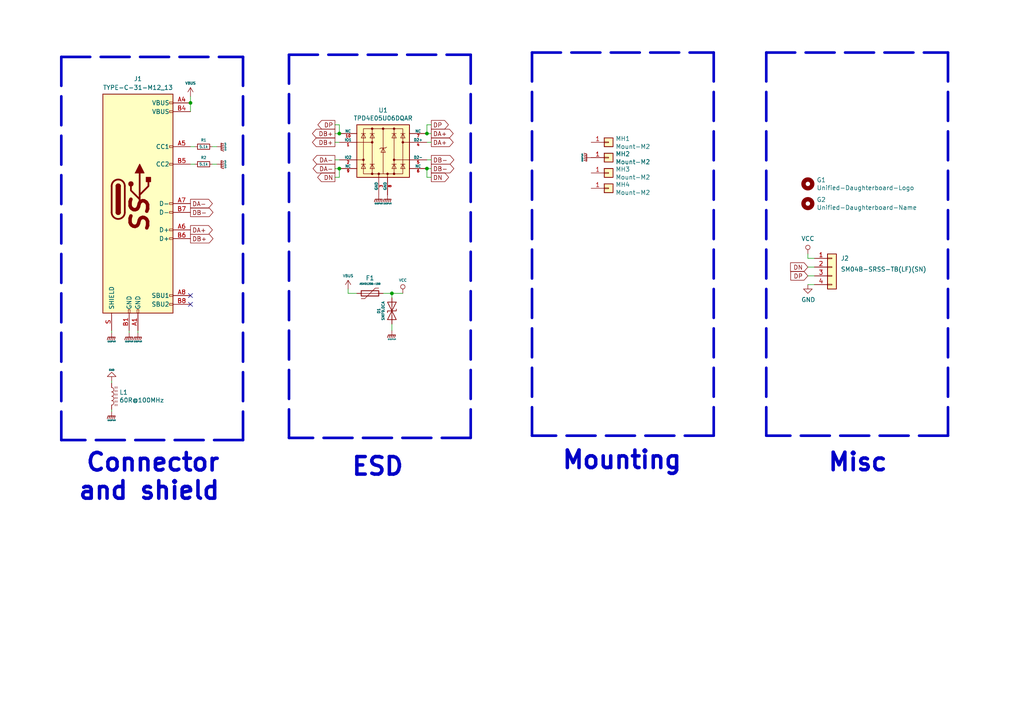
<source format=kicad_sch>
(kicad_sch (version 20211123) (generator eeschema)
  (paper "A4")
  (title_block (title "Unified Daughterboard") (date "2020-03-22") (rev "C3") (company "Designed by the keyboard community"))
  (lib_symbols
    (symbol "Connector_Generic:Conn_01x01" (pin_names (offset 1.016) hide)
      (property "Reference" "J" (at 0 2.54 0))
      (property "Value" "Connector_Generic_Conn_01x01" (at 0 -2.54 0))
      (symbol "Conn_01x01_1_1"
        (rectangle (start -1.27 0.127) (end 0 -0.127) (stroke (width 0.1524)))
        (rectangle (start -1.27 1.27) (end 1.27 -1.27) (stroke (width 0.254)) (fill (type background)))
        (pin passive line (at -5.08 0 0) (length 3.81) (name "Pin_1") (number "1"))
      )
    )
    (symbol "Connector_Generic:Conn_01x04" (pin_names (offset 1.016) hide)
      (property "Reference" "J" (at 0 5.08 0))
      (property "Value" "Connector_Generic_Conn_01x04" (at 0 -7.62 0))
      (symbol "Conn_01x04_1_1"
        (rectangle (start -1.27 -4.953) (end 0 -5.207) (stroke (width 0.1524)))
        (rectangle (start -1.27 -2.413) (end 0 -2.667) (stroke (width 0.1524)))
        (rectangle (start -1.27 0.127) (end 0 -0.127) (stroke (width 0.1524)))
        (rectangle (start -1.27 2.667) (end 0 2.413) (stroke (width 0.1524)))
        (rectangle (start -1.27 3.81) (end 1.27 -6.35) (stroke (width 0.254)) (fill (type background)))
        (pin passive line (at -5.08 2.54 0) (length 3.81) (name "Pin_1") (number "1"))
        (pin passive line (at -5.08 0 0) (length 3.81) (name "Pin_2") (number "2"))
        (pin passive line (at -5.08 -2.54 0) (length 3.81) (name "Pin_3") (number "3"))
        (pin passive line (at -5.08 -5.08 0) (length 3.81) (name "Pin_4") (number "4"))
      )
    )
    (symbol "Device:D_TVS" (pin_numbers hide) (pin_names (offset 1.016) hide)
      (property "Reference" "D" (at 0 2.54 0))
      (property "Value" "Device_D_TVS" (at 0 -2.54 0))
      (symbol "D_TVS_0_1"
        (polyline (pts (xy 1.27 0) (xy -1.27 0)))
        (polyline (pts (xy -2.54 -1.27) (xy 0 0) (xy -2.54 1.27) (xy -2.54 -1.27)) (stroke (width 0.2032)))
        (polyline (pts (xy 0.508 1.27) (xy 0 1.27) (xy 0 -1.27) (xy -0.508 -1.27)) (stroke (width 0.2032)))
        (polyline (pts (xy 2.54 1.27) (xy 2.54 -1.27) (xy 0 0) (xy 2.54 1.27)) (stroke (width 0.2032)))
      )
      (symbol "D_TVS_1_1"
        (pin passive line (at -3.81 0 0) (length 2.54) (name "A1") (number "1"))
        (pin passive line (at 3.81 0 180) (length 2.54) (name "A2") (number "2"))
      )
    )
    (symbol "Device:L_Core_Ferrite" (pin_numbers hide) (pin_names (offset 1.016) hide)
      (property "Reference" "L" (at -1.27 0 90))
      (property "Value" "Device_L_Core_Ferrite" (at 2.794 0 90))
      (symbol "L_Core_Ferrite_0_1"
        (arc (start 0 -2.54) (mid 0.635 -1.905) (end 0 -1.27))
        (arc (start 0 -1.27) (mid 0.635 -0.635) (end 0 0))
        (polyline (pts (xy 1.016 -2.794) (xy 1.016 -2.286)))
        (polyline (pts (xy 1.016 -1.778) (xy 1.016 -1.27)))
        (polyline (pts (xy 1.016 -0.762) (xy 1.016 -0.254)))
        (polyline (pts (xy 1.016 0.254) (xy 1.016 0.762)))
        (polyline (pts (xy 1.016 1.27) (xy 1.016 1.778)))
        (polyline (pts (xy 1.016 2.286) (xy 1.016 2.794)))
        (polyline (pts (xy 1.524 -2.286) (xy 1.524 -2.794)))
        (polyline (pts (xy 1.524 -1.27) (xy 1.524 -1.778)))
        (polyline (pts (xy 1.524 -0.254) (xy 1.524 -0.762)))
        (polyline (pts (xy 1.524 0.762) (xy 1.524 0.254)))
        (polyline (pts (xy 1.524 1.778) (xy 1.524 1.27)))
        (polyline (pts (xy 1.524 2.794) (xy 1.524 2.286)))
        (arc (start 0 0) (mid 0.635 0.635) (end 0 1.27))
        (arc (start 0 1.27) (mid 0.635 1.905) (end 0 2.54))
      )
      (symbol "L_Core_Ferrite_1_1"
        (pin passive line (at 0 3.81 270) (length 1.27) (name "1") (number "1"))
        (pin passive line (at 0 -3.81 90) (length 1.27) (name "2") (number "2"))
      )
    )
    (symbol "Device:Polyfuse" (pin_numbers hide) (pin_names (offset 0))
      (property "Reference" "F" (at -2.54 0 90))
      (property "Value" "Device_Polyfuse" (at 2.54 0 90))
      (symbol "Polyfuse_0_1"
        (rectangle (start -0.762 2.54) (end 0.762 -2.54) (stroke (width 0.254)))
        (polyline (pts (xy 0 2.54) (xy 0 -2.54)))
        (polyline (pts (xy -1.524 2.54) (xy -1.524 1.524) (xy 1.524 -1.524) (xy 1.524 -2.54)))
      )
      (symbol "Polyfuse_1_1"
        (pin passive line (at 0 3.81 270) (length 1.27) (name "~") (number "1"))
        (pin passive line (at 0 -3.81 90) (length 1.27) (name "~") (number "2"))
      )
    )
    (symbol "Device:R_Small" (pin_numbers hide) (pin_names (offset 0.254) hide)
      (property "Reference" "R" (at 0.762 0.508 0))
      (property "Value" "Device_R_Small" (at 0.762 -1.016 0))
      (symbol "R_Small_0_1"
        (rectangle (start -0.762 1.778) (end 0.762 -1.778) (stroke (width 0.2032)))
      )
      (symbol "R_Small_1_1"
        (pin passive line (at 0 2.54 270) (length 0.762) (name "~") (number "1"))
        (pin passive line (at 0 -2.54 90) (length 0.762) (name "~") (number "2"))
      )
    )
    (symbol "Mechanical:MountingHole" (pin_names (offset 1.016))
      (property "Reference" "H" (at 0 5.08 0))
      (property "Value" "Mechanical_MountingHole" (at 0 3.175 0))
      (symbol "MountingHole_0_1"
        (circle (center 0 0) (radius 1.27) (stroke (width 1.27)))
      )
    )
    (symbol "acheronSymbols:TPD4E05U06DQAR" (pin_names (offset 0))
      (property "Reference" "U" (at 0 12.7 0))
      (property "Value" "acheronSymbols_TPD4E05U06DQAR" (at 0 10.16 0))
      (symbol "TPD4E05U06DQAR_0_0"
        (rectangle (start -5.715 6.477) (end 5.715 -6.604))
        (polyline (pts (xy -3.175 -6.604) (xy -3.175 6.477)))
        (polyline (pts (xy 0 6.477) (xy 0 -6.604)))
        (polyline (pts (xy 3.175 6.477) (xy 3.175 -6.604)))
      )
      (symbol "TPD4E05U06DQAR_0_1"
        (rectangle (start -7.62 7.62) (end 7.62 -7.62) (stroke (width 0.254)) (fill (type background)))
        (circle (center -5.715 -2.54) (radius 0.2794) (fill (type outline)))
        (circle (center -3.175 -6.604) (radius 0.2794) (fill (type outline)))
        (circle (center -3.175 2.54) (radius 0.2794) (fill (type outline)))
        (circle (center -3.175 6.477) (radius 0.2794) (fill (type outline)))
        (circle (center -1.27 -6.604) (radius 0.2794) (fill (type outline)))
        (polyline (pts (xy -7.747 2.54) (xy -3.175 2.54)))
        (polyline (pts (xy -7.62 -2.54) (xy -5.715 -2.54)))
        (polyline (pts (xy -5.08 -3.81) (xy -6.35 -3.81)))
        (polyline (pts (xy -5.08 5.08) (xy -6.35 5.08)))
        (polyline (pts (xy -2.54 -3.81) (xy -3.81 -3.81)))
        (polyline (pts (xy -2.54 5.08) (xy -3.81 5.08)))
        (polyline (pts (xy -1.27 -6.604) (xy -1.27 -7.62)))
        (polyline (pts (xy -0.635 0.889) (xy -1.016 0.635)))
        (polyline (pts (xy 0.635 0.889) (xy -0.635 0.889)))
        (polyline (pts (xy 0.635 0.889) (xy 1.016 1.143)))
        (polyline (pts (xy 3.81 -3.81) (xy 2.54 -3.81)))
        (polyline (pts (xy 3.81 5.08) (xy 2.54 5.08)))
        (polyline (pts (xy 6.35 -3.81) (xy 5.08 -3.81)))
        (polyline (pts (xy 6.35 5.08) (xy 5.08 5.08)))
        (polyline (pts (xy 7.62 -2.54) (xy 3.175 -2.54)))
        (polyline (pts (xy 7.62 2.54) (xy 5.715 2.54)))
        (polyline (pts (xy -5.08 -5.08) (xy -6.35 -5.08) (xy -5.715 -3.81) (xy -5.08 -5.08)))
        (polyline (pts (xy -5.08 3.81) (xy -6.35 3.81) (xy -5.715 5.08) (xy -5.08 3.81)))
        (polyline (pts (xy -2.54 -5.08) (xy -3.81 -5.08) (xy -3.175 -3.81) (xy -2.54 -5.08)))
        (polyline (pts (xy -2.54 3.81) (xy -3.81 3.81) (xy -3.175 5.08) (xy -2.54 3.81)))
        (polyline (pts (xy 0.635 -0.381) (xy -0.635 -0.381) (xy 0 0.889) (xy 0.635 -0.381)))
        (polyline (pts (xy 3.81 -5.08) (xy 2.54 -5.08) (xy 3.175 -3.81) (xy 3.81 -5.08)))
        (polyline (pts (xy 3.81 3.81) (xy 2.54 3.81) (xy 3.175 5.08) (xy 3.81 3.81)))
        (polyline (pts (xy 6.35 -5.08) (xy 5.08 -5.08) (xy 5.715 -3.81) (xy 6.35 -5.08)))
        (polyline (pts (xy 6.35 3.81) (xy 5.08 3.81) (xy 5.715 5.08) (xy 6.35 3.81)))
        (circle (center 0 6.477) (radius 0.2794) (fill (type outline)))
        (circle (center 3.175 -6.604) (radius 0.2794) (fill (type outline)))
        (circle (center 3.175 -2.54) (radius 0.2794) (fill (type outline)))
        (circle (center 3.175 6.477) (radius 0.2794) (fill (type outline)))
        (circle (center 5.715 2.54) (radius 0.2794) (fill (type outline)))
      )
      (symbol "TPD4E05U06DQAR_1_1"
        (polyline (pts (xy 1.27 -6.604) (xy 1.27 -7.62)))
        (circle (center 1.27 -6.604) (radius 0.2794) (fill (type outline)))
        (pin bidirectional line (at -12.7 2.54 0) (length 5.08) (name "IO1") (number "1"))
        (pin bidirectional line (at -12.7 5.08 0) (length 5.08) (name "NC") (number "10"))
        (pin bidirectional line (at -12.7 -2.54 0) (length 5.08) (name "IO2") (number "2"))
        (pin power_in line (at -1.27 -12.7 90) (length 5.08) (name "GND") (number "3"))
        (pin bidirectional line (at 12.7 2.54 180) (length 5.08) (name "D2+") (number "4"))
        (pin bidirectional line (at 12.7 -2.54 180) (length 5.08) (name "D2-") (number "5"))
        (pin bidirectional line (at 12.7 -5.08 180) (length 5.08) (name "NC") (number "6"))
        (pin bidirectional line (at 12.7 5.08 180) (length 5.08) (name "NC") (number "7"))
        (pin power_in line (at 1.27 -12.7 90) (length 5.08) (name "GND") (number "8"))
        (pin bidirectional line (at -12.7 -5.08 0) (length 5.08) (name "NC") (number "9"))
      )
    )
    (symbol "acheronSymbols:TYPE-C-31-M12_13" (pin_names (offset 1.016))
      (property "Reference" "J" (at -1.27 35.56 0))
      (property "Value" "acheronSymbols_TYPE-C-31-M12_13" (at 10.16 33.02 0))
      (symbol "TYPE-C-31-M12_13_0_0"
        (rectangle (start -0.254 -31.75) (end 0.254 -30.734))
        (rectangle (start 10.16 -28.956) (end 9.144 -29.464))
        (rectangle (start 10.16 -26.416) (end 9.144 -26.924))
        (rectangle (start 10.16 -9.906) (end 9.144 -10.414))
        (rectangle (start 10.16 -7.366) (end 9.144 -7.874))
        (rectangle (start 10.16 -2.286) (end 9.144 -2.794))
        (rectangle (start 10.16 0.254) (end 9.144 -0.254))
        (rectangle (start 10.16 11.684) (end 9.144 11.176))
        (rectangle (start 10.16 16.764) (end 9.144 16.256))
        (rectangle (start 10.16 29.464) (end 9.144 28.956))
        (text "SS" (at 0.508 -3.175 900) (effects (font (size 5.08 5.08) bold italic)))
      )
      (symbol "TYPE-C-31-M12_13_0_1"
        (rectangle (start -10.16 31.75) (end 10.16 -31.75) (stroke (width 0.254)) (fill (type background)))
        (arc (start -7.62 -2.54) (mid -5.715 -4.445) (end -3.81 -2.54) (stroke (width 0.508)))
        (arc (start -6.35 -2.54) (mid -5.715 -3.175) (end -5.08 -2.54) (stroke (width 0.254)))
        (arc (start -6.35 -2.54) (mid -5.715 -3.175) (end -5.08 -2.54) (stroke (width 0.254)) (fill (type outline)))
        (rectangle (start -6.35 -2.54) (end -5.08 5.08) (stroke (width 0.254)) (fill (type outline)))
        (arc (start -5.08 5.08) (mid -5.715 5.715) (end -6.35 5.08) (stroke (width 0.254)))
        (arc (start -5.08 5.08) (mid -5.715 5.715) (end -6.35 5.08) (stroke (width 0.254)) (fill (type outline)))
        (arc (start -3.81 5.08) (mid -5.715 6.985) (end -7.62 5.08) (stroke (width 0.508)))
        (circle (center -2.032 5.715) (radius 0.635) (stroke (width 0.254)) (fill (type outline)))
        (polyline (pts (xy -7.62 -2.54) (xy -7.62 5.08)) (stroke (width 0.508)))
        (polyline (pts (xy -3.81 5.08) (xy -3.81 -2.54)) (stroke (width 0.508)))
        (polyline (pts (xy 0.508 0) (xy 0.508 8.89)) (stroke (width 0.508)))
        (polyline (pts (xy 0.508 1.27) (xy -2.032 3.81) (xy -2.032 5.08)) (stroke (width 0.508)))
        (polyline (pts (xy 0.508 2.54) (xy 3.048 5.08) (xy 3.048 6.35)) (stroke (width 0.508)))
        (polyline (pts (xy -0.762 8.89) (xy 0.508 11.43) (xy 1.778 8.89) (xy -0.762 8.89)) (stroke (width 0.254)) (fill (type outline)))
        (rectangle (start 2.413 6.35) (end 3.683 7.62) (stroke (width 0.254)) (fill (type outline)))
      )
      (symbol "TYPE-C-31-M12_13_1_1"
        (rectangle (start -2.794 -31.75) (end -2.286 -30.734))
        (rectangle (start 10.16 26.924) (end 9.144 26.416))
        (pin power_out line (at 0 -36.83 90) (length 5.08) (name "GND") (number "A1"))
        (pin power_out line (at 15.24 29.21 180) (length 5.08) (name "VBUS") (number "A4"))
        (pin bidirectional line (at 15.24 16.51 180) (length 5.08) (name "CC1") (number "A5"))
        (pin bidirectional line (at 15.24 -7.62 180) (length 5.08) (name "D+") (number "A6"))
        (pin bidirectional line (at 15.24 0 180) (length 5.08) (name "D-") (number "A7"))
        (pin bidirectional line (at 15.24 -26.67 180) (length 5.08) (name "SBU1") (number "A8"))
        (pin power_out line (at -2.54 -36.83 90) (length 5.08) (name "GND") (number "B1"))
        (pin power_out line (at 15.24 26.67 180) (length 5.08) (name "VBUS") (number "B4"))
        (pin bidirectional line (at 15.24 11.43 180) (length 5.08) (name "CC2") (number "B5"))
        (pin bidirectional line (at 15.24 -10.16 180) (length 5.08) (name "D+") (number "B6"))
        (pin bidirectional line (at 15.24 -2.54 180) (length 5.08) (name "D-") (number "B7"))
        (pin bidirectional line (at 15.24 -29.21 180) (length 5.08) (name "SBU2") (number "B8"))
        (pin passive line (at -7.62 -36.83 90) (length 5.08) (name "SHIELD") (number "S"))
      )
    )
    (symbol "power:GND" (power) (pin_names (offset 0))
      (property "Value" "power_GND" (at 0 -3.81 0))
      (symbol "GND_0_1"
        (polyline (pts (xy 0 0) (xy 0 -1.27) (xy 1.27 -1.27) (xy 0 -2.54) (xy -1.27 -1.27) (xy 0 -1.27)))
      )
      (symbol "GND_1_1"
        (pin power_in line (at 0 0 270) (length 0) hide (name "GND") (number "1"))
      )
    )
    (symbol "power:GNDPWR" (power) (pin_names (offset 0))
      (property "Value" "power_GNDPWR" (at 0 -3.302 0))
      (symbol "GNDPWR_0_1"
        (polyline (pts (xy 0 -1.27) (xy 0 0)))
        (polyline (pts (xy -1.016 -1.27) (xy -1.27 -2.032) (xy -1.27 -2.032)) (stroke (width 0.2032)))
        (polyline (pts (xy -0.508 -1.27) (xy -0.762 -2.032) (xy -0.762 -2.032)) (stroke (width 0.2032)))
        (polyline (pts (xy 0 -1.27) (xy -0.254 -2.032) (xy -0.254 -2.032)) (stroke (width 0.2032)))
        (polyline (pts (xy 0.508 -1.27) (xy 0.254 -2.032) (xy 0.254 -2.032)) (stroke (width 0.2032)))
        (polyline (pts (xy 1.016 -1.27) (xy -1.016 -1.27) (xy -1.016 -1.27)) (stroke (width 0.2032)))
        (polyline (pts (xy 1.016 -1.27) (xy 0.762 -2.032) (xy 0.762 -2.032) (xy 0.762 -2.032)) (stroke (width 0.2032)))
      )
      (symbol "GNDPWR_1_1"
        (pin power_in line (at 0 0 270) (length 0) hide (name "GNDPWR") (number "1"))
      )
    )
    (symbol "power:VBUS" (power) (pin_names (offset 0))
      (property "Value" "power_VBUS" (at 0 3.81 0))
      (symbol "VBUS_0_1"
        (polyline (pts (xy -0.762 1.27) (xy 0 2.54)))
        (polyline (pts (xy 0 0) (xy 0 2.54)))
        (polyline (pts (xy 0 2.54) (xy 0.762 1.27)))
      )
      (symbol "VBUS_1_1"
        (pin power_in line (at 0 0 90) (length 0) hide (name "VBUS") (number "1"))
      )
    )
    (symbol "power:VCC" (power) (pin_names (offset 0))
      (property "Value" "power_VCC" (at 0 3.81 0))
      (symbol "VCC_0_1"
        (polyline (pts (xy 0 0) (xy 0 1.27)))
        (circle (center 0 1.905) (radius 0.635))
      )
      (symbol "VCC_1_1"
        (pin power_in line (at 0 0 90) (length 0) hide (name "VCC") (number "1"))
      )
    )
  )
  (junction (at 113.665 85.09))
  (junction (at 55.245 29.845))
  (junction (at 123.825 48.895))
  (junction (at 98.425 38.735))
  (junction (at 123.825 38.735))
  (junction (at 98.425 48.895))
  (no_connect (at 55.245 88.265))
  (no_connect (at 55.245 85.725))
  (wire (pts (xy 234.315 80.01) (xy 236.22 80.01)))
  (polyline (pts (xy 154.305 15.24) (xy 154.305 126.365)) (stroke (width 0.762)))
  (wire (pts (xy 123.825 48.895) (xy 125.095 48.895)))
  (wire (pts (xy 98.425 36.195) (xy 98.425 38.735)))
  (wire (pts (xy 61.595 42.545) (xy 62.865 42.545)))
  (wire (pts (xy 97.155 38.735) (xy 98.425 38.735)))
  (polyline (pts (xy 207.01 126.365) (xy 154.305 126.365)) (stroke (width 0.762)))
  (wire (pts (xy 234.315 74.93) (xy 236.22 74.93)))
  (polyline (pts (xy 222.25 15.24) (xy 274.955 15.24)) (stroke (width 0.762)))
  (wire (pts (xy 32.385 118.745) (xy 32.385 119.38)))
  (wire (pts (xy 123.825 38.735) (xy 125.095 38.735)))
  (polyline (pts (xy 83.82 15.875) (xy 136.525 15.875)) (stroke (width 0.762)))
  (wire (pts (xy 113.665 85.09) (xy 113.665 86.36)))
  (polyline (pts (xy 222.25 15.24) (xy 222.25 126.365)) (stroke (width 0.762)))
  (wire (pts (xy 97.155 41.275) (xy 98.425 41.275)))
  (polyline (pts (xy 274.955 15.24) (xy 274.955 126.365)) (stroke (width 0.762)))
  (wire (pts (xy 61.595 47.625) (xy 62.865 47.625)))
  (wire (pts (xy 123.825 51.435) (xy 125.095 51.435)))
  (wire (pts (xy 123.825 46.355) (xy 125.095 46.355)))
  (polyline (pts (xy 83.82 15.875) (xy 83.82 127)) (stroke (width 0.762)))
  (polyline (pts (xy 70.485 16.51) (xy 70.485 127.635)) (stroke (width 0.762)))
  (wire (pts (xy 111.125 85.09) (xy 113.665 85.09)))
  (wire (pts (xy 123.825 36.195) (xy 123.825 38.735)))
  (wire (pts (xy 55.245 27.94) (xy 55.245 29.845)))
  (polyline (pts (xy 207.01 15.24) (xy 207.01 126.365)) (stroke (width 0.762)))
  (wire (pts (xy 40.005 95.885) (xy 40.005 96.52)))
  (polyline (pts (xy 274.955 126.365) (xy 222.25 126.365)) (stroke (width 0.762)))
  (wire (pts (xy 55.245 47.625) (xy 56.515 47.625)))
  (wire (pts (xy 123.825 41.275) (xy 125.095 41.275)))
  (wire (pts (xy 55.245 29.845) (xy 55.245 32.385)))
  (wire (pts (xy 123.825 48.895) (xy 123.825 51.435)))
  (wire (pts (xy 98.425 51.435) (xy 98.425 48.895)))
  (wire (pts (xy 113.665 93.98) (xy 113.665 95.885)))
  (polyline (pts (xy 136.525 15.875) (xy 136.525 127)) (stroke (width 0.762)))
  (wire (pts (xy 55.245 42.545) (xy 56.515 42.545)))
  (wire (pts (xy 97.155 51.435) (xy 98.425 51.435)))
  (wire (pts (xy 97.155 48.895) (xy 98.425 48.895)))
  (wire (pts (xy 236.22 77.47) (xy 234.315 77.47)))
  (wire (pts (xy 32.385 110.49) (xy 32.385 111.125)))
  (polyline (pts (xy 17.78 16.51) (xy 70.485 16.51)) (stroke (width 0.762)))
  (wire (pts (xy 32.385 95.885) (xy 32.385 96.52)))
  (wire (pts (xy 113.665 85.09) (xy 116.84 85.09)))
  (polyline (pts (xy 70.485 127.635) (xy 17.78 127.635)) (stroke (width 0.762)))
  (polyline (pts (xy 136.525 127) (xy 83.82 127)) (stroke (width 0.762)))
  (wire (pts (xy 97.155 46.355) (xy 98.425 46.355)))
  (wire (pts (xy 100.965 85.09) (xy 103.505 85.09)))
  (polyline (pts (xy 17.78 16.51) (xy 17.78 127.635)) (stroke (width 0.762)))
  (wire (pts (xy 97.155 36.195) (xy 98.425 36.195)))
  (polyline (pts (xy 154.305 15.24) (xy 207.01 15.24)) (stroke (width 0.762)))
  (wire (pts (xy 125.095 36.195) (xy 123.825 36.195)))
  (wire (pts (xy 100.965 83.82) (xy 100.965 85.09)))
  (wire (pts (xy 37.465 95.885) (xy 37.465 96.52)))
  (wire (pts (xy 234.315 82.55) (xy 236.22 82.55)))
  (wire (pts (xy 234.315 73.66) (xy 234.315 74.93)))
  (text "Mounting" (at 198.12 136.525 180) (effects (font (size 5.08 5.08) (thickness 1.016) bold) (justify right bottom)))
  (text "Connector\nand shield" (at 64.135 145.415 180) (effects (font (size 5.08 5.08) (thickness 1.016) bold) (justify right bottom)))
  (text "ESD" (at 117.475 138.43 180) (effects (font (size 5.08 5.08) (thickness 1.016) bold) (justify right bottom)))
  (text "Misc" (at 257.81 137.16 180) (effects (font (size 5.08 5.08) (thickness 1.016) bold) (justify right bottom)))
  (global_label "DB-" (shape output) (at 125.095 46.355 0) (property "Intersheet References" "${INTERSHEET_REFS}" (effects hide)))
  (global_label "DB-" (shape output) (at 125.095 48.895 0) (property "Intersheet References" "${INTERSHEET_REFS}" (effects hide)))
  (global_label "DB-" (shape output) (at 55.245 61.595 0) (property "Intersheet References" "${INTERSHEET_REFS}" (effects hide)))
  (global_label "DA-" (shape output) (at 55.245 59.055 0) (property "Intersheet References" "${INTERSHEET_REFS}" (effects hide)))
  (global_label "DA-" (shape output) (at 97.155 46.355 180) (property "Intersheet References" "${INTERSHEET_REFS}" (effects hide)))
  (global_label "DA+" (shape output) (at 55.245 66.675 0) (property "Intersheet References" "${INTERSHEET_REFS}" (effects hide)))
  (global_label "DB+" (shape output) (at 55.245 69.215 0) (property "Intersheet References" "${INTERSHEET_REFS}" (effects hide)))
  (global_label "DA+" (shape output) (at 125.095 41.275 0) (property "Intersheet References" "${INTERSHEET_REFS}" (effects hide)))
  (global_label "DN" (shape output) (at 97.155 51.435 180) (property "Intersheet References" "${INTERSHEET_REFS}" (effects hide)))
  (global_label "DA+" (shape output) (at 125.095 38.735 0) (property "Intersheet References" "${INTERSHEET_REFS}" (effects hide)))
  (global_label "DN" (shape output) (at 125.095 51.435 0) (property "Intersheet References" "${INTERSHEET_REFS}" (effects hide)))
  (global_label "DP" (shape output) (at 97.155 36.195 180) (property "Intersheet References" "${INTERSHEET_REFS}" (effects hide)))
  (global_label "DB+" (shape output) (at 97.155 41.275 180) (property "Intersheet References" "${INTERSHEET_REFS}" (effects hide)))
  (global_label "DA-" (shape output) (at 97.155 48.895 180) (property "Intersheet References" "${INTERSHEET_REFS}" (effects hide)))
  (global_label "DB+" (shape output) (at 97.155 38.735 180) (property "Intersheet References" "${INTERSHEET_REFS}" (effects hide)))
  (global_label "DP" (shape input) (at 234.315 80.01 180) (property "Intersheet References" "${INTERSHEET_REFS}" (effects hide)))
  (global_label "DP" (shape output) (at 125.095 36.195 0) (property "Intersheet References" "${INTERSHEET_REFS}" (effects hide)))
  (global_label "DN" (shape input) (at 234.315 77.47 180) (property "Intersheet References" "${INTERSHEET_REFS}" (effects hide)))
  (symbol (lib_id "Connector_Generic:Conn_01x04") (at 241.3 77.47 0) (unit 1)
    (property "Reference" "J2" (at 243.84 74.93 0) (effects (justify left)))
    (property "Value" "SM04B-SRSS-TB(LF)(SN)" (at 243.84 78.105 0) (effects (justify left)))
    (property "Footprint" "random-keyboard-parts:JST-SR-4" (effects hide))
    (property "Manufacturer" "JST Sales America" (effects hide))
    (property "Manufacturer Part No" "SM04B-SRSS-TB(LF)(SN)" (effects hide))
    (property "LCSC Part No" "C160404" (effects hide))
  )
  (symbol (lib_id "Device:R_Small") (at 59.055 42.545 90) (unit 1)
    (property "Reference" "R1" (at 59.055 40.64 90) (effects (font (size 0.762 0.762))))
    (property "Value" "5.1k" (at 59.055 42.545 90) (effects (font (size 0.762 0.762))))
    (property "Footprint" "Resistors_SMD:R_0603" (effects hide))
    (property "Package" "R0603" (effects hide))
  )
  (symbol (lib_id "Device:R_Small") (at 59.055 47.625 90) (unit 1)
    (property "Reference" "R2" (at 59.055 45.72 90) (effects (font (size 0.762 0.762))))
    (property "Value" "5.1k" (at 59.055 47.625 90) (effects (font (size 0.762 0.762))))
    (property "Footprint" "Resistors_SMD:R_0603" (effects hide))
    (property "Package" "R0603" (effects hide))
  )
  (symbol (lib_id "power:GND") (at 234.315 82.55 0) (unit 1)
    (property "Reference" "#PWR0104" (effects hide))
    (property "Value" "GND" (at 234.442 86.9442 0))
  )
  (symbol (lib_id "Connector_Generic:Conn_01x01") (at 176.53 41.275 0) (unit 1)
    (property "Reference" "MH1" (at 178.5366 40.2082 0) (effects (justify left)))
    (property "Value" "Mount-M2" (at 178.5366 42.5196 0) (effects (justify left)))
    (property "Footprint" "random-keyboard-parts:Generic-Mounthole" (effects hide))
  )
  (symbol (lib_id "Connector_Generic:Conn_01x01") (at 176.53 45.72 0) (unit 1)
    (property "Reference" "MH2" (at 178.5366 44.6532 0) (effects (justify left)))
    (property "Value" "Mount-M2" (at 178.5366 46.9646 0) (effects (justify left)))
    (property "Footprint" "random-keyboard-parts:Generic-Mounthole" (effects hide))
  )
  (symbol (lib_id "Connector_Generic:Conn_01x01") (at 176.53 50.165 0) (unit 1)
    (property "Reference" "MH3" (at 178.5366 49.0982 0) (effects (justify left)))
    (property "Value" "Mount-M2" (at 178.5366 51.4096 0) (effects (justify left)))
    (property "Footprint" "random-keyboard-parts:Generic-Mounthole" (effects hide))
  )
  (symbol (lib_id "Connector_Generic:Conn_01x01") (at 176.53 54.61 0) (unit 1)
    (property "Reference" "MH4" (at 178.5366 53.5432 0) (effects (justify left)))
    (property "Value" "Mount-M2" (at 178.5366 55.8546 0) (effects (justify left)))
    (property "Footprint" "random-keyboard-parts:Generic-Mounthole" (effects hide))
  )
  (symbol (lib_id "Device:D_TVS") (at 113.665 90.17 270) (mirror x) (unit 1)
    (property "Reference" "D1" (at 109.855 90.17 0) (effects (font (size 0.762 0.762))))
    (property "Value" "SMF9.0CA" (at 111.125 90.17 0) (effects (font (size 0.762 0.762))))
    (property "Footprint" "acheron_Components:D_SOD-123_Bidirectional" (effects hide))
    (property "Package" "SOD-123F-B" (effects hide))
    (property "Manufacturer" "Microdiode Electronics" (effects hide))
    (property "Manufacturer Part No" "SMF9.0CA" (effects hide))
    (property "LCSC Part No" "C123799" (effects hide))
  )
  (symbol (lib_id "acheronSymbols:TYPE-C-31-M12_13") (at 40.005 59.055 0) (unit 1)
    (property "Reference" "J1" (at 40.005 22.86 0))
    (property "Value" "TYPE-C-31-M12_13" (at 40.005 25.4 0))
    (property "Footprint" "acheron_Connectors:TYPE-C-31-M-12" (effects hide))
    (property "Manufacturer" "Korean Hroparts" (effects hide))
    (property "Manufacturer Part No" "TYPE-C-31-M-12" (effects hide))
    (property "LCSC Part No" "C165948" (effects hide))
  )
  (symbol (lib_id "power:GNDPWR") (at 32.385 96.52 0) (unit 1)
    (property "Reference" "#PWR0106" (effects hide))
    (property "Value" "GNDPWR" (at 32.385 99.06 0) (effects (font (size 0.381 0.381))))
  )
  (symbol (lib_id "power:GNDPWR") (at 37.465 96.52 0) (unit 1)
    (property "Reference" "#PWR0107" (effects hide))
    (property "Value" "GNDPWR" (at 37.465 99.06 0) (effects (font (size 0.381 0.381))))
  )
  (symbol (lib_id "power:VBUS") (at 55.245 27.94 0) (unit 1)
    (property "Reference" "#PWR0113" (effects hide))
    (property "Value" "VBUS" (at 55.245 24.13 0) (effects (font (size 0.762 0.762))))
  )
  (symbol (lib_id "power:GNDPWR") (at 40.005 96.52 0) (unit 1)
    (property "Reference" "#PWR0105" (effects hide))
    (property "Value" "GNDPWR" (at 40.005 99.06 0) (effects (font (size 0.381 0.381))))
  )
  (symbol (lib_id "Mechanical:MountingHole") (at 234.315 59.055 0) (unit 1)
    (property "Reference" "G2" (at 236.855 57.912 0) (effects (justify left)))
    (property "Value" "Unified-Daughterboard-Name" (at 236.855 60.198 0) (effects (justify left)))
    (property "Footprint" "Unified-Daughterboard-Logo:Unified-Daughterboard-Name.pretty" (effects hide))
  )
  (symbol (lib_id "power:GNDPWR") (at 62.865 42.545 90) (unit 1)
    (property "Reference" "#PWR0102" (effects hide))
    (property "Value" "GNDPWR" (at 65.405 42.545 0) (effects (font (size 0.381 0.381))))
  )
  (symbol (lib_id "power:GNDPWR") (at 62.865 47.625 90) (unit 1)
    (property "Reference" "#PWR0101" (effects hide))
    (property "Value" "GNDPWR" (at 65.405 47.625 0) (effects (font (size 0.381 0.381))))
  )
  (symbol (lib_id "power:GNDPWR") (at 171.45 45.72 270) (unit 1)
    (property "Reference" "#PWR0110" (effects hide))
    (property "Value" "GNDPWR" (at 168.91 45.72 0) (effects (font (size 0.381 0.381))))
  )
  (symbol (lib_id "acheronSymbols:TPD4E05U06DQAR") (at 111.125 43.815 0) (unit 1)
    (property "Reference" "U1" (at 111.125 31.9786 0))
    (property "Value" "TPD4E05U06DQAR" (at 111.125 34.29 0))
    (property "Footprint" "acheron_Components:USON-10_2.5x1.0mm_P0.5mm" (effects hide))
    (property "Manufacturer" "Texas Instruments" (effects hide))
    (property "Manufacturer Part No" "TPD4E05U06DQAR" (effects hide))
    (property "LCSC Part No" "C138714" (effects hide))
    (property "Package" "uSON-10" (effects hide))
  )
  (symbol (lib_id "power:GNDPWR") (at 113.665 95.885 0) (unit 1)
    (property "Reference" "#PWR0114" (effects hide))
    (property "Value" "GNDPWR" (at 113.665 98.425 0) (effects (font (size 0.381 0.381))))
  )
  (symbol (lib_id "power:VBUS") (at 100.965 83.82 0) (unit 1)
    (property "Reference" "#PWR0115" (effects hide))
    (property "Value" "VBUS" (at 100.965 80.01 0) (effects (font (size 0.762 0.762))))
  )
  (symbol (lib_id "Device:Polyfuse") (at 107.315 85.09 90) (unit 1)
    (property "Reference" "F1" (at 107.315 80.645 90))
    (property "Value" "ASMD1206-150" (at 107.315 82.3214 90) (effects (font (size 0.508 0.508))))
    (property "Footprint" "Fuse:Fuse_1206_3216Metric" (effects hide))
    (property "Manufacturer" "Shenzhen JDT Fuse" (effects hide))
    (property "Manufacturer Part No" "ASMD1206-150" (effects hide))
    (property "LCSC Part No" "C135342" (effects hide))
    (property "Package" "F1206" (effects hide))
  )
  (symbol (lib_id "power:GNDPWR") (at 109.855 56.515 0) (unit 1)
    (property "Reference" "#PWR0111" (effects hide))
    (property "Value" "GNDPWR" (at 109.855 59.055 0) (effects (font (size 0.381 0.381))))
  )
  (symbol (lib_id "power:VCC") (at 116.84 85.09 0) (unit 1)
    (property "Reference" "#PWR0119" (effects hide))
    (property "Value" "VCC" (at 116.84 81.28 0) (effects (font (size 0.762 0.762))))
  )
  (symbol (lib_id "power:GNDPWR") (at 112.395 56.515 0) (unit 1)
    (property "Reference" "#PWR0112" (effects hide))
    (property "Value" "GNDPWR" (at 112.395 59.055 0) (effects (font (size 0.381 0.381))))
  )
  (symbol (lib_id "power:VCC") (at 234.315 73.66 0) (unit 1)
    (property "Reference" "#PWR0103" (effects hide))
    (property "Value" "VCC" (at 234.315 69.215 0))
  )
  (symbol (lib_id "Device:L_Core_Ferrite") (at 32.385 114.935 0) (unit 1)
    (property "Reference" "L1" (at 34.6202 113.792 0) (effects (justify left)))
    (property "Value" "60R@100MHz" (at 34.6202 116.078 0) (effects (justify left)))
    (property "Footprint" "Inductor_SMD:L_1206_3216Metric" (effects hide))
    (property "Manufacturer" "MELED Industrial" (effects hide))
    (property "Manufacturer Part No" "MLB3216-600P4A(f)" (effects hide))
    (property "LCSC Part No" "C33600" (effects hide))
    (property "Package" "L1206" (effects hide))
  )
  (symbol (lib_id "Mechanical:MountingHole") (at 234.315 53.34 0) (unit 1)
    (property "Reference" "G1" (at 236.855 52.197 0) (effects (justify left)))
    (property "Value" "Unified-Daughterboard-Logo" (at 236.855 54.483 0) (effects (justify left)))
    (property "Footprint" "Unified-Daughterboard-Logo:Unified-Daughterboard-Logo.pretty" (effects hide))
  )
  (symbol (lib_id "power:GNDPWR") (at 32.385 119.38 0) (unit 1)
    (property "Reference" "#PWR0108" (effects hide))
    (property "Value" "GNDPWR" (at 32.385 121.92 0) (effects (font (size 0.381 0.381))))
  )
  (symbol (lib_id "power:GND") (at 32.385 110.49 180) (unit 1)
    (property "Reference" "#PWR0109" (effects hide))
    (property "Value" "GND" (at 32.385 107.315 0) (effects (font (size 0.508 0.508))))
  )
)
</source>
